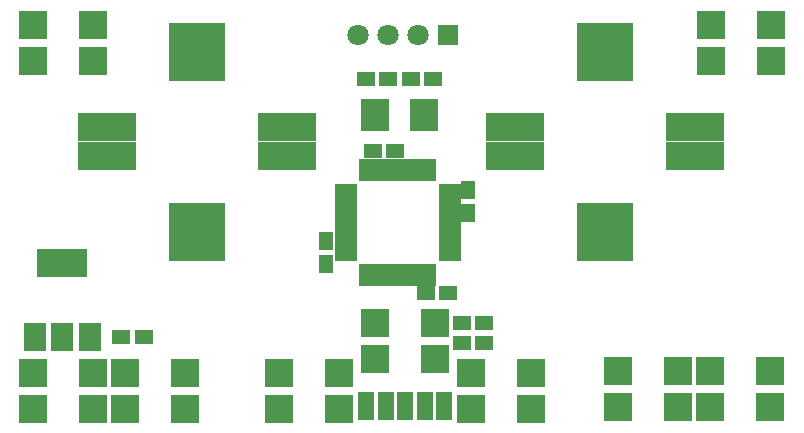
<source format=gts>
G04 (created by PCBNEW (22-Jun-2014 BZR 4027)-stable) date Wed 20 Dec 2017 04:57:12 PM CST*
%MOIN*%
G04 Gerber Fmt 3.4, Leading zero omitted, Abs format*
%FSLAX34Y34*%
G01*
G70*
G90*
G04 APERTURE LIST*
%ADD10C,0.00393701*%
%ADD11R,0.165354X0.0944882*%
%ADD12R,0.0748031X0.0944882*%
%ADD13R,0.0629921X0.0452756*%
%ADD14R,0.0944882X0.192913*%
%ADD15R,0.192913X0.0944882*%
%ADD16R,0.0944882X0.110236*%
%ADD17R,0.0452756X0.0629921*%
%ADD18R,0.0944882X0.0944882*%
%ADD19R,0.0551181X0.0944882*%
%ADD20R,0.070748X0.070748*%
%ADD21C,0.070748*%
%ADD22R,0.0267717X0.0748031*%
%ADD23R,0.0354331X0.0748031*%
%ADD24R,0.0748031X0.0354331*%
%ADD25R,0.0748031X0.0267717*%
G04 APERTURE END LIST*
G54D10*
G54D11*
X88120Y-71439D03*
G54D12*
X88120Y-73920D03*
X89025Y-73920D03*
X87214Y-73920D03*
G54D13*
X102174Y-74100D03*
X101425Y-74100D03*
G54D14*
X93072Y-64400D03*
X92127Y-64400D03*
X106672Y-64400D03*
X105727Y-64400D03*
X106672Y-70400D03*
X105727Y-70400D03*
X93072Y-70400D03*
X92127Y-70400D03*
G54D15*
X109200Y-66927D03*
X109200Y-67872D03*
X95600Y-66927D03*
X95600Y-67872D03*
X89600Y-66927D03*
X89600Y-67872D03*
X103200Y-66927D03*
X103200Y-67872D03*
G54D16*
X98542Y-66500D03*
X100157Y-66500D03*
G54D13*
X100474Y-65300D03*
X99725Y-65300D03*
X98225Y-65300D03*
X98974Y-65300D03*
X101425Y-73450D03*
X102174Y-73450D03*
G54D17*
X96900Y-70725D03*
X96900Y-71474D03*
G54D13*
X99214Y-67700D03*
X98465Y-67700D03*
X100225Y-72460D03*
X100974Y-72460D03*
G54D17*
X101650Y-69025D03*
X101650Y-69774D03*
G54D18*
X98550Y-74650D03*
X98550Y-73450D03*
X100550Y-73450D03*
X100550Y-74650D03*
X87150Y-64700D03*
X87150Y-63500D03*
X89150Y-63500D03*
X89150Y-64700D03*
X109750Y-64700D03*
X109750Y-63500D03*
X111750Y-63500D03*
X111750Y-64700D03*
X95350Y-76300D03*
X95350Y-75100D03*
X97350Y-75100D03*
X97350Y-76300D03*
X101750Y-76300D03*
X101750Y-75100D03*
X103750Y-75100D03*
X103750Y-76300D03*
X109700Y-76250D03*
X109700Y-75050D03*
X111700Y-75050D03*
X111700Y-76250D03*
X106650Y-76250D03*
X106650Y-75050D03*
X108650Y-75050D03*
X108650Y-76250D03*
X87150Y-76300D03*
X87150Y-75100D03*
X89150Y-75100D03*
X89150Y-76300D03*
X90200Y-76300D03*
X90200Y-75100D03*
X92200Y-75100D03*
X92200Y-76300D03*
G54D19*
X98250Y-76200D03*
X98900Y-76200D03*
X99550Y-76200D03*
X100200Y-76200D03*
X100850Y-76200D03*
G54D20*
X100980Y-63840D03*
G54D21*
X99980Y-63840D03*
X98980Y-63840D03*
X97980Y-63840D03*
G54D22*
X99792Y-68357D03*
X99595Y-68357D03*
X99398Y-68357D03*
X99201Y-68357D03*
X99004Y-68357D03*
G54D23*
X100422Y-68357D03*
G54D22*
X100185Y-68357D03*
X99988Y-68357D03*
G54D24*
X97557Y-68977D03*
G54D25*
X97557Y-69214D03*
X97557Y-69411D03*
X97557Y-69607D03*
X97557Y-69804D03*
X97557Y-70001D03*
X97557Y-70198D03*
X97557Y-70395D03*
G54D23*
X98177Y-71842D03*
G54D22*
X98414Y-71842D03*
X98611Y-71842D03*
X98807Y-71842D03*
X99004Y-71842D03*
X99201Y-71842D03*
X99398Y-71842D03*
X99595Y-71842D03*
G54D24*
X101042Y-71222D03*
G54D25*
X101042Y-70985D03*
X101042Y-70788D03*
X101042Y-70592D03*
X101042Y-70395D03*
X101042Y-70198D03*
X101042Y-70001D03*
X101042Y-69804D03*
G54D22*
X98807Y-68357D03*
X98611Y-68357D03*
X98414Y-68357D03*
G54D23*
X98177Y-68357D03*
G54D25*
X97557Y-70592D03*
X97557Y-70788D03*
X97557Y-70985D03*
G54D24*
X97557Y-71222D03*
G54D22*
X99792Y-71842D03*
X99988Y-71842D03*
X100185Y-71842D03*
G54D23*
X100422Y-71842D03*
G54D25*
X101042Y-69607D03*
X101042Y-69411D03*
X101042Y-69214D03*
G54D24*
X101042Y-68977D03*
G54D13*
X90085Y-73920D03*
X90834Y-73920D03*
M02*

</source>
